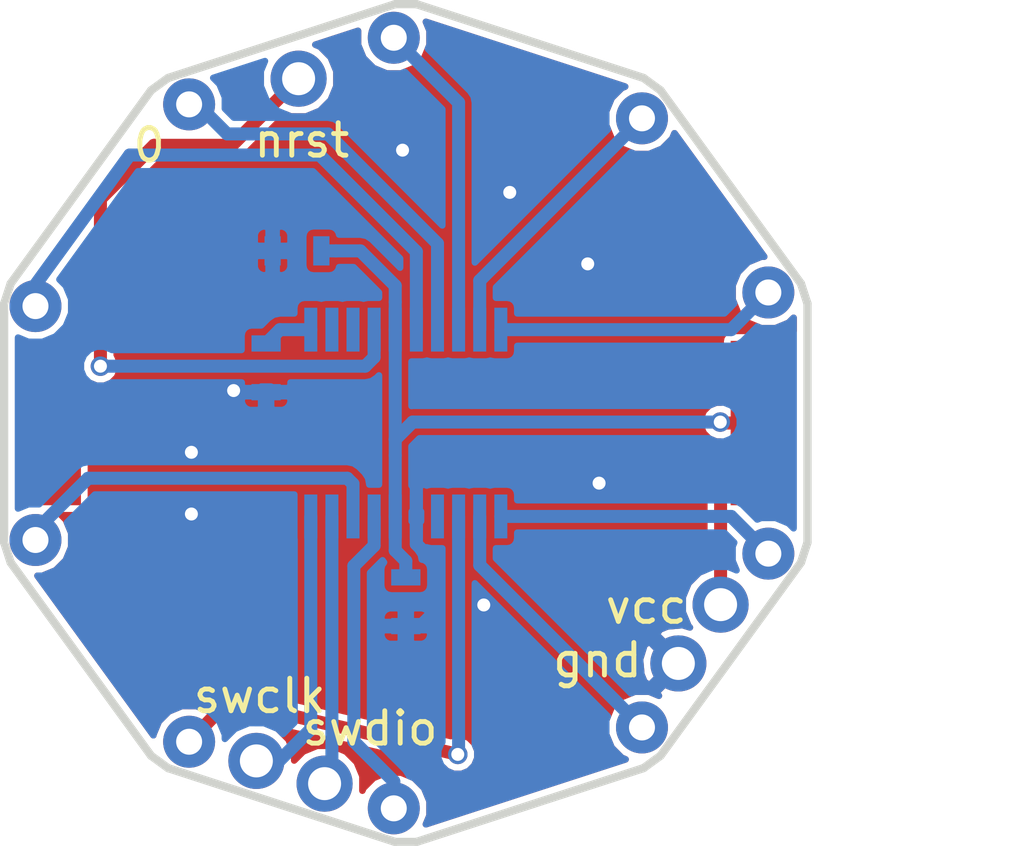
<source format=kicad_pcb>
(kicad_pcb (version 4) (host pcbnew 4.0.5+dfsg1-4)

  (general
    (links 24)
    (no_connects 0)
    (area -16.433333 -14.222581 23.833334 17.035)
    (thickness 1.6)
    (drawings 2)
    (tracks 105)
    (zones 0)
    (modules 17)
    (nets 20)
  )

  (page A4)
  (layers
    (0 F.Cu signal)
    (31 B.Cu signal)
    (32 B.Adhes user)
    (33 F.Adhes user)
    (34 B.Paste user)
    (35 F.Paste user)
    (36 B.SilkS user)
    (37 F.SilkS user)
    (38 B.Mask user)
    (39 F.Mask user)
    (40 Dwgs.User user)
    (41 Cmts.User user)
    (42 Eco1.User user)
    (43 Eco2.User user)
    (44 Edge.Cuts user)
    (45 Margin user)
    (46 B.CrtYd user)
    (47 F.CrtYd user)
    (48 B.Fab user)
    (49 F.Fab user)
  )

  (setup
    (last_trace_width 0.4)
    (trace_clearance 0.2)
    (zone_clearance 0.2)
    (zone_45_only no)
    (trace_min 0.2)
    (segment_width 0.2)
    (edge_width 0.15)
    (via_size 0.6)
    (via_drill 0.4)
    (via_min_size 0.4)
    (via_min_drill 0.3)
    (uvia_size 0.3)
    (uvia_drill 0.1)
    (uvias_allowed no)
    (uvia_min_size 0.2)
    (uvia_min_drill 0.1)
    (pcb_text_width 0.3)
    (pcb_text_size 1.5 1.5)
    (mod_edge_width 0.15)
    (mod_text_size 1 1)
    (mod_text_width 0.15)
    (pad_size 16 16)
    (pad_drill 0)
    (pad_to_mask_clearance 0.2)
    (aux_axis_origin 0 0)
    (visible_elements FFFFFF7F)
    (pcbplotparams
      (layerselection 0x010f0_80000001)
      (usegerberextensions true)
      (excludeedgelayer true)
      (linewidth 0.100000)
      (plotframeref false)
      (viasonmask false)
      (mode 1)
      (useauxorigin false)
      (hpglpennumber 1)
      (hpglpenspeed 20)
      (hpglpendiameter 15)
      (hpglpenoverlay 2)
      (psnegative false)
      (psa4output false)
      (plotreference true)
      (plotvalue true)
      (plotinvisibletext false)
      (padsonsilk false)
      (subtractmaskfromsilk false)
      (outputformat 1)
      (mirror false)
      (drillshape 0)
      (scaleselection 1)
      (outputdirectory gerb/))
  )

  (net 0 "")
  (net 1 VCC)
  (net 2 GND)
  (net 3 /SWDIO)
  (net 4 /SWCLK)
  (net 5 "Net-(IC1-Pad18)")
  (net 6 "Net-(IC1-Pad17)")
  (net 7 "Net-(IC1-Pad1)")
  (net 8 "Net-(IC1-Pad2)")
  (net 9 "Net-(IC1-Pad3)")
  (net 10 /NRST)
  (net 11 "Net-(IC1-Pad6)")
  (net 12 "Net-(IC1-Pad7)")
  (net 13 "Net-(IC1-Pad8)")
  (net 14 "Net-(IC1-Pad9)")
  (net 15 "Net-(IC1-Pad10)")
  (net 16 "Net-(IC1-Pad11)")
  (net 17 "Net-(IC1-Pad12)")
  (net 18 "Net-(IC1-Pad13)")
  (net 19 "Net-(IC1-Pad14)")

  (net_class Default "This is the default net class."
    (clearance 0.2)
    (trace_width 0.4)
    (via_dia 0.6)
    (via_drill 0.4)
    (uvia_dia 0.3)
    (uvia_drill 0.1)
    (add_net /NRST)
    (add_net /SWCLK)
    (add_net /SWDIO)
    (add_net GND)
    (add_net "Net-(IC1-Pad1)")
    (add_net "Net-(IC1-Pad10)")
    (add_net "Net-(IC1-Pad11)")
    (add_net "Net-(IC1-Pad12)")
    (add_net "Net-(IC1-Pad13)")
    (add_net "Net-(IC1-Pad14)")
    (add_net "Net-(IC1-Pad17)")
    (add_net "Net-(IC1-Pad18)")
    (add_net "Net-(IC1-Pad2)")
    (add_net "Net-(IC1-Pad3)")
    (add_net "Net-(IC1-Pad6)")
    (add_net "Net-(IC1-Pad7)")
    (add_net "Net-(IC1-Pad8)")
    (add_net "Net-(IC1-Pad9)")
    (add_net VCC)
  )

  (module rtunda:stmdiscswd_5pin (layer B.Cu) (tedit 58A186F8) (tstamp 58A228A9)
    (at 18.8 4.9)
    (descr "Through hole pin header")
    (tags "pin header")
    (path /58A0F5C7)
    (fp_text reference P11 (at 0 5.1) (layer B.SilkS) hide
      (effects (font (size 1 1) (thickness 0.15)) (justify mirror))
    )
    (fp_text value CONN_01X05 (at 0 3.1) (layer B.Fab) hide
      (effects (font (size 1 1) (thickness 0.15)) (justify mirror))
    )
    (fp_text user nrst (at -22 -14.6) (layer F.SilkS)
      (effects (font (size 1 1) (thickness 0.15)))
    )
    (fp_text user swdio (at -19.9 3.5) (layer F.SilkS)
      (effects (font (size 1 1) (thickness 0.15)))
    )
    (fp_text user gnd (at -12.9 1.4) (layer F.SilkS)
      (effects (font (size 1 1) (thickness 0.15)))
    )
    (fp_text user swclk (at -23.3 2.5) (layer F.SilkS)
      (effects (font (size 1 1) (thickness 0.15)))
    )
    (fp_text user vcc (at -11.4 -0.25) (layer F.SilkS)
      (effects (font (size 1 1) (thickness 0.15)))
    )
    (pad 1 thru_hole circle (at -9.11 -0.31) (size 1.7272 1.7272) (drill 1.016) (layers *.Cu *.Mask)
      (net 1 VCC))
    (pad 2 thru_hole circle (at -23.4 4.5) (size 1.7272 1.7272) (drill 1.016) (layers *.Cu *.Mask)
      (net 4 /SWCLK))
    (pad 3 thru_hole circle (at -10.41 1.5) (size 1.7272 1.7272) (drill 1.016) (layers *.Cu *.Mask)
      (net 2 GND))
    (pad 4 thru_hole circle (at -21.3 5.2) (size 1.7272 1.7272) (drill 1.016) (layers *.Cu *.Mask)
      (net 3 /SWDIO))
    (pad 5 thru_hole circle (at -22.1 -16.5) (size 1.7272 1.7272) (drill 1.016) (layers *.Cu *.Mask)
      (net 10 /NRST))
    (model Pin_Headers.3dshapes/Pin_Header_Straight_1x05.wrl
      (at (xyz 0 -0.2 0))
      (scale (xyz 1 1 1))
      (rotate (xyz 0 0 90))
    )
  )

  (module rtunda:bk-913 (layer F.Cu) (tedit 58A18764) (tstamp 58A233EF)
    (at 0 -1)
    (path /58A1021B)
    (fp_text reference BT1 (at 0 0.5) (layer F.SilkS) hide
      (effects (font (size 1 1) (thickness 0.15)))
    )
    (fp_text value Battery_Cell (at 0 -0.5) (layer F.Fab) hide
      (effects (font (size 1 1) (thickness 0.15)))
    )
    (pad "" smd rect (at -11 0) (size 2 5.06) (layers F.Cu F.Paste F.Mask))
    (pad 2 smd circle (at 0.165 0) (size 16 16) (layers F.Cu F.Paste F.Mask)
      (net 2 GND) (zone_connect 2))
    (pad 1 smd rect (at 11 0) (size 2 5.06) (layers F.Cu F.Paste F.Mask)
      (net 1 VCC))
  )

  (module rtunda:TSSOP20 (layer B.Cu) (tedit 58A1726D) (tstamp 58A22869)
    (at 0 -1)
    (path /58A0D67A)
    (attr smd)
    (fp_text reference IC1 (at 0 0.7493) (layer B.SilkS) hide
      (effects (font (size 1.016 0.762) (thickness 0.1905)) (justify mirror))
    )
    (fp_text value STM32F030F4 (at 0 0) (layer B.SilkS) hide
      (effects (font (size 0.762 0.762) (thickness 0.1905)) (justify mirror))
    )
    (pad 19 smd rect (at -2.275 2.875) (size 0.4 1.35) (layers B.Cu B.Paste B.Mask)
      (net 3 /SWDIO))
    (pad 20 smd rect (at -2.925 2.875) (size 0.4 1.35) (layers B.Cu B.Paste B.Mask)
      (net 4 /SWCLK))
    (pad 18 smd rect (at -1.625 2.875) (size 0.4 1.35) (layers B.Cu B.Paste B.Mask)
      (net 5 "Net-(IC1-Pad18)"))
    (pad 17 smd rect (at -0.975 2.875) (size 0.4 1.35) (layers B.Cu B.Paste B.Mask)
      (net 6 "Net-(IC1-Pad17)"))
    (pad 1 smd rect (at -2.925 -2.875) (size 0.4 1.35) (layers B.Cu B.Paste B.Mask)
      (net 7 "Net-(IC1-Pad1)"))
    (pad 2 smd rect (at -2.275 -2.875) (size 0.4 1.35) (layers B.Cu B.Paste B.Mask)
      (net 8 "Net-(IC1-Pad2)"))
    (pad 3 smd rect (at -1.625 -2.875) (size 0.4 1.35) (layers B.Cu B.Paste B.Mask)
      (net 9 "Net-(IC1-Pad3)"))
    (pad 4 smd rect (at -0.975 -2.875) (size 0.4 1.35) (layers B.Cu B.Paste B.Mask)
      (net 10 /NRST))
    (pad 5 smd rect (at -0.325 -2.875) (size 0.4 1.35) (layers B.Cu B.Paste B.Mask)
      (net 1 VCC))
    (pad 6 smd rect (at 0.325 -2.875) (size 0.4 1.35) (layers B.Cu B.Paste B.Mask)
      (net 11 "Net-(IC1-Pad6)"))
    (pad 7 smd rect (at 0.9756 -2.875) (size 0.4 1.35) (layers B.Cu B.Paste B.Mask)
      (net 12 "Net-(IC1-Pad7)"))
    (pad 8 smd rect (at 1.625 -2.875) (size 0.4 1.35) (layers B.Cu B.Paste B.Mask)
      (net 13 "Net-(IC1-Pad8)"))
    (pad 9 smd rect (at 2.275 -2.875) (size 0.4 1.35) (layers B.Cu B.Paste B.Mask)
      (net 14 "Net-(IC1-Pad9)"))
    (pad 10 smd rect (at 2.925 -2.875) (size 0.4 1.35) (layers B.Cu B.Paste B.Mask)
      (net 15 "Net-(IC1-Pad10)"))
    (pad 11 smd rect (at 2.925 2.875) (size 0.4 1.35) (layers B.Cu B.Paste B.Mask)
      (net 16 "Net-(IC1-Pad11)"))
    (pad 12 smd rect (at 2.275 2.875) (size 0.4 1.35) (layers B.Cu B.Paste B.Mask)
      (net 17 "Net-(IC1-Pad12)"))
    (pad 13 smd rect (at 1.625 2.875) (size 0.4 1.35) (layers B.Cu B.Paste B.Mask)
      (net 18 "Net-(IC1-Pad13)"))
    (pad 14 smd rect (at 0.975 2.875) (size 0.4 1.35) (layers B.Cu B.Paste B.Mask)
      (net 19 "Net-(IC1-Pad14)"))
    (pad 15 smd rect (at 0.325 2.875) (size 0.4 1.35) (layers B.Cu B.Paste B.Mask)
      (net 2 GND))
    (pad 16 smd rect (at -0.325 2.875) (size 0.4 1.35) (layers B.Cu B.Paste B.Mask)
      (net 1 VCC))
  )

  (module rtunda:R_0603 (layer B.Cu) (tedit 58A0DA37) (tstamp 58A22844)
    (at 0 4.5 270)
    (descr "Resistor SMD 0603, reflow soldering, Vishay (see dcrcw.pdf)")
    (tags "resistor 0603")
    (path /58A0D7F7)
    (attr smd)
    (fp_text reference C1 (at 0 1.9 270) (layer B.SilkS) hide
      (effects (font (size 1 1) (thickness 0.15)) (justify mirror))
    )
    (fp_text value C (at 0 -1.9 270) (layer B.Fab) hide
      (effects (font (size 1 1) (thickness 0.15)) (justify mirror))
    )
    (pad 1 smd rect (at -0.75 0 270) (size 0.5 0.9) (layers B.Cu B.Paste B.Mask)
      (net 1 VCC))
    (pad 2 smd rect (at 0.75 0 270) (size 0.5 0.9) (layers B.Cu B.Paste B.Mask)
      (net 2 GND))
    (model Resistors_SMD.3dshapes/R_0603.wrl
      (at (xyz 0 0 0))
      (scale (xyz 1 1 1))
      (rotate (xyz 0 0 0))
    )
  )

  (module rtunda:R_0603 (layer B.Cu) (tedit 58A0DA37) (tstamp 58A2284A)
    (at -3.35 -6.3 180)
    (descr "Resistor SMD 0603, reflow soldering, Vishay (see dcrcw.pdf)")
    (tags "resistor 0603")
    (path /58A0DBB5)
    (attr smd)
    (fp_text reference C2 (at 0 1.9 180) (layer B.SilkS) hide
      (effects (font (size 1 1) (thickness 0.15)) (justify mirror))
    )
    (fp_text value C (at 0 -1.9 180) (layer B.Fab) hide
      (effects (font (size 1 1) (thickness 0.15)) (justify mirror))
    )
    (pad 1 smd rect (at -0.75 0 180) (size 0.5 0.9) (layers B.Cu B.Paste B.Mask)
      (net 1 VCC))
    (pad 2 smd rect (at 0.75 0 180) (size 0.5 0.9) (layers B.Cu B.Paste B.Mask)
      (net 2 GND))
    (model Resistors_SMD.3dshapes/R_0603.wrl
      (at (xyz 0 0 0))
      (scale (xyz 1 1 1))
      (rotate (xyz 0 0 0))
    )
  )

  (module rtunda:pin (layer B.Cu) (tedit 58A08572) (tstamp 58A2286E)
    (at -11.4 -4.6)
    (descr "Through hole pin header")
    (tags "pin header")
    (path /58A0DC3E)
    (fp_text reference P1 (at 0 5.1) (layer B.SilkS) hide
      (effects (font (size 1 1) (thickness 0.15)) (justify mirror))
    )
    (fp_text value CONN_01X01 (at 0 3.1) (layer B.Fab) hide
      (effects (font (size 1 1) (thickness 0.15)) (justify mirror))
    )
    (pad 1 thru_hole circle (at 0 0) (size 1.6 1.6) (drill 0.8) (layers *.Cu *.Mask)
      (net 11 "Net-(IC1-Pad6)"))
    (model Pin_Headers.3dshapes/Pin_Header_Straight_1x01.wrl
      (at (xyz 0 0 0))
      (scale (xyz 1 1 1))
      (rotate (xyz 0 0 90))
    )
  )

  (module rtunda:pin (layer B.Cu) (tedit 58A08572) (tstamp 58A22873)
    (at -6.67 -10.81)
    (descr "Through hole pin header")
    (tags "pin header")
    (path /58A0E369)
    (fp_text reference P2 (at 0 5.1) (layer B.SilkS) hide
      (effects (font (size 1 1) (thickness 0.15)) (justify mirror))
    )
    (fp_text value CONN_01X01 (at 0 3.1) (layer B.Fab) hide
      (effects (font (size 1 1) (thickness 0.15)) (justify mirror))
    )
    (pad 1 thru_hole circle (at 0 0) (size 1.6 1.6) (drill 0.8) (layers *.Cu *.Mask)
      (net 12 "Net-(IC1-Pad7)"))
    (model Pin_Headers.3dshapes/Pin_Header_Straight_1x01.wrl
      (at (xyz 0 0 0))
      (scale (xyz 1 1 1))
      (rotate (xyz 0 0 90))
    )
  )

  (module rtunda:pin (layer B.Cu) (tedit 58A08572) (tstamp 58A22878)
    (at -0.37 -12.86)
    (descr "Through hole pin header")
    (tags "pin header")
    (path /58A0E39E)
    (fp_text reference P3 (at 0 5.1) (layer B.SilkS) hide
      (effects (font (size 1 1) (thickness 0.15)) (justify mirror))
    )
    (fp_text value CONN_01X01 (at 0 3.1) (layer B.Fab) hide
      (effects (font (size 1 1) (thickness 0.15)) (justify mirror))
    )
    (pad 1 thru_hole circle (at 0 0) (size 1.6 1.6) (drill 0.8) (layers *.Cu *.Mask)
      (net 13 "Net-(IC1-Pad8)"))
    (model Pin_Headers.3dshapes/Pin_Header_Straight_1x01.wrl
      (at (xyz 0 0 0))
      (scale (xyz 1 1 1))
      (rotate (xyz 0 0 90))
    )
  )

  (module rtunda:pin (layer B.Cu) (tedit 58A08572) (tstamp 58A2287D)
    (at 7.27 -10.38)
    (descr "Through hole pin header")
    (tags "pin header")
    (path /58A0E3E0)
    (fp_text reference P4 (at 0 5.1) (layer B.SilkS) hide
      (effects (font (size 1 1) (thickness 0.15)) (justify mirror))
    )
    (fp_text value CONN_01X01 (at 0 3.1) (layer B.Fab) hide
      (effects (font (size 1 1) (thickness 0.15)) (justify mirror))
    )
    (pad 1 thru_hole circle (at 0 0) (size 1.6 1.6) (drill 0.8) (layers *.Cu *.Mask)
      (net 14 "Net-(IC1-Pad9)"))
    (model Pin_Headers.3dshapes/Pin_Header_Straight_1x01.wrl
      (at (xyz 0 0 0))
      (scale (xyz 1 1 1))
      (rotate (xyz 0 0 90))
    )
  )

  (module rtunda:pin (layer B.Cu) (tedit 58A08572) (tstamp 58A22882)
    (at 11.16 -5.02)
    (descr "Through hole pin header")
    (tags "pin header")
    (path /58A0E420)
    (fp_text reference P5 (at 0 5.1) (layer B.SilkS) hide
      (effects (font (size 1 1) (thickness 0.15)) (justify mirror))
    )
    (fp_text value CONN_01X01 (at 0 3.1) (layer B.Fab) hide
      (effects (font (size 1 1) (thickness 0.15)) (justify mirror))
    )
    (pad 1 thru_hole circle (at 0 0) (size 1.6 1.6) (drill 0.8) (layers *.Cu *.Mask)
      (net 15 "Net-(IC1-Pad10)"))
    (model Pin_Headers.3dshapes/Pin_Header_Straight_1x01.wrl
      (at (xyz 0 0 0))
      (scale (xyz 1 1 1))
      (rotate (xyz 0 0 90))
    )
  )

  (module rtunda:pin (layer B.Cu) (tedit 58A08572) (tstamp 58A22887)
    (at 11.16 3.02)
    (descr "Through hole pin header")
    (tags "pin header")
    (path /58A0E6DA)
    (fp_text reference P6 (at 0 5.1) (layer B.SilkS) hide
      (effects (font (size 1 1) (thickness 0.15)) (justify mirror))
    )
    (fp_text value CONN_01X01 (at 0 3.1) (layer B.Fab) hide
      (effects (font (size 1 1) (thickness 0.15)) (justify mirror))
    )
    (pad 1 thru_hole circle (at 0 0) (size 1.6 1.6) (drill 0.8) (layers *.Cu *.Mask)
      (net 16 "Net-(IC1-Pad11)"))
    (model Pin_Headers.3dshapes/Pin_Header_Straight_1x01.wrl
      (at (xyz 0 0 0))
      (scale (xyz 1 1 1))
      (rotate (xyz 0 0 90))
    )
  )

  (module rtunda:pin (layer B.Cu) (tedit 58A08572) (tstamp 58A2288C)
    (at 7.27 8.37)
    (descr "Through hole pin header")
    (tags "pin header")
    (path /58A0E6E0)
    (fp_text reference P7 (at 0 5.1) (layer B.SilkS) hide
      (effects (font (size 1 1) (thickness 0.15)) (justify mirror))
    )
    (fp_text value CONN_01X01 (at 0 3.1) (layer B.Fab) hide
      (effects (font (size 1 1) (thickness 0.15)) (justify mirror))
    )
    (pad 1 thru_hole circle (at 0 0) (size 1.6 1.6) (drill 0.8) (layers *.Cu *.Mask)
      (net 17 "Net-(IC1-Pad12)"))
    (model Pin_Headers.3dshapes/Pin_Header_Straight_1x01.wrl
      (at (xyz 0 0 0))
      (scale (xyz 1 1 1))
      (rotate (xyz 0 0 90))
    )
  )

  (module rtunda:pin (layer B.Cu) (tedit 58A08572) (tstamp 58A22891)
    (at -6.67 8.81)
    (descr "Through hole pin header")
    (tags "pin header")
    (path /58A0E6E6)
    (fp_text reference P8 (at 0 5.1) (layer B.SilkS) hide
      (effects (font (size 1 1) (thickness 0.15)) (justify mirror))
    )
    (fp_text value CONN_01X01 (at 0 3.1) (layer B.Fab) hide
      (effects (font (size 1 1) (thickness 0.15)) (justify mirror))
    )
    (pad 1 thru_hole circle (at 0 0) (size 1.6 1.6) (drill 0.8) (layers *.Cu *.Mask)
      (net 18 "Net-(IC1-Pad13)"))
    (model Pin_Headers.3dshapes/Pin_Header_Straight_1x01.wrl
      (at (xyz 0 0 0))
      (scale (xyz 1 1 1))
      (rotate (xyz 0 0 90))
    )
  )

  (module rtunda:pin (layer B.Cu) (tedit 58A08572) (tstamp 58A22896)
    (at -0.37 10.86)
    (descr "Through hole pin header")
    (tags "pin header")
    (path /58A0E6EC)
    (fp_text reference P9 (at 0 5.1) (layer B.SilkS) hide
      (effects (font (size 1 1) (thickness 0.15)) (justify mirror))
    )
    (fp_text value CONN_01X01 (at 0 3.1) (layer B.Fab) hide
      (effects (font (size 1 1) (thickness 0.15)) (justify mirror))
    )
    (pad 1 thru_hole circle (at 0 0) (size 1.6 1.6) (drill 0.8) (layers *.Cu *.Mask)
      (net 6 "Net-(IC1-Pad17)"))
    (model Pin_Headers.3dshapes/Pin_Header_Straight_1x01.wrl
      (at (xyz 0 0 0))
      (scale (xyz 1 1 1))
      (rotate (xyz 0 0 90))
    )
  )

  (module rtunda:pin (layer B.Cu) (tedit 58A08572) (tstamp 58A2289B)
    (at -11.4 2.6)
    (descr "Through hole pin header")
    (tags "pin header")
    (path /58A0E6F2)
    (fp_text reference P10 (at 0 5.1) (layer B.SilkS) hide
      (effects (font (size 1 1) (thickness 0.15)) (justify mirror))
    )
    (fp_text value CONN_01X01 (at 0 3.1) (layer B.Fab) hide
      (effects (font (size 1 1) (thickness 0.15)) (justify mirror))
    )
    (pad 1 thru_hole circle (at 0 0) (size 1.6 1.6) (drill 0.8) (layers *.Cu *.Mask)
      (net 5 "Net-(IC1-Pad18)"))
    (model Pin_Headers.3dshapes/Pin_Header_Straight_1x01.wrl
      (at (xyz 0 0 0))
      (scale (xyz 1 1 1))
      (rotate (xyz 0 0 90))
    )
  )

  (module rtunda:R_0603 (layer B.Cu) (tedit 58A0DA37) (tstamp 58A228AF)
    (at -4.3 -2.7 270)
    (descr "Resistor SMD 0603, reflow soldering, Vishay (see dcrcw.pdf)")
    (tags "resistor 0603")
    (path /58A0F7E4)
    (attr smd)
    (fp_text reference R1 (at 0 1.9 270) (layer B.SilkS) hide
      (effects (font (size 1 1) (thickness 0.15)) (justify mirror))
    )
    (fp_text value 10k (at 0 -1.9 270) (layer B.Fab) hide
      (effects (font (size 1 1) (thickness 0.15)) (justify mirror))
    )
    (pad 1 smd rect (at -0.75 0 270) (size 0.5 0.9) (layers B.Cu B.Paste B.Mask)
      (net 7 "Net-(IC1-Pad1)"))
    (pad 2 smd rect (at 0.75 0 270) (size 0.5 0.9) (layers B.Cu B.Paste B.Mask)
      (net 2 GND))
    (model Resistors_SMD.3dshapes/R_0603.wrl
      (at (xyz 0 0 0))
      (scale (xyz 1 1 1))
      (rotate (xyz 0 0 0))
    )
  )

  (module rtunda:rotunda_base (layer B.Cu) (tedit 0) (tstamp 58A22BEE)
    (at 0 -1)
    (fp_text reference "" (at 0 0) (layer B.SilkS)
      (effects (font (thickness 0.15)) (justify mirror))
    )
    (fp_text value "" (at 0 0) (layer B.SilkS)
      (effects (font (thickness 0.15)) (justify mirror))
    )
    (fp_line (start -0.32512 12.89558) (end -7.31774 10.62228) (layer Edge.Cuts) (width 0.254))
    (fp_line (start -7.31774 10.62228) (end -7.84098 10.24128) (layer Edge.Cuts) (width 0.254))
    (fp_line (start -7.84098 10.24128) (end -12.16406 4.2926) (layer Edge.Cuts) (width 0.254))
    (fp_line (start -12.16406 4.2926) (end -12.36472 3.67538) (layer Edge.Cuts) (width 0.254))
    (fp_line (start -12.36472 3.67538) (end -12.36472 -3.67538) (layer Edge.Cuts) (width 0.254))
    (fp_line (start -12.36472 -3.67538) (end -12.16406 -4.2926) (layer Edge.Cuts) (width 0.254))
    (fp_line (start -12.16406 -4.2926) (end -7.84098 -10.24128) (layer Edge.Cuts) (width 0.254))
    (fp_line (start -7.84098 -10.24128) (end -7.31774 -10.62228) (layer Edge.Cuts) (width 0.254))
    (fp_line (start -7.31774 -10.62228) (end -0.32512 -12.89558) (layer Edge.Cuts) (width 0.254))
    (fp_line (start -0.32512 -12.89558) (end 0.32512 -12.89558) (layer Edge.Cuts) (width 0.254))
    (fp_line (start 0.32512 -12.89558) (end 7.31774 -10.62228) (layer Edge.Cuts) (width 0.254))
    (fp_line (start 7.31774 -10.62228) (end 7.84098 -10.24128) (layer Edge.Cuts) (width 0.254))
    (fp_line (start 7.84098 -10.24128) (end 12.16406 -4.2926) (layer Edge.Cuts) (width 0.254))
    (fp_line (start 12.16406 -4.2926) (end 12.36472 -3.67538) (layer Edge.Cuts) (width 0.254))
    (fp_line (start 12.36472 -3.67538) (end 12.36472 3.67538) (layer Edge.Cuts) (width 0.254))
    (fp_line (start 12.36472 3.67538) (end 12.16406 4.2926) (layer Edge.Cuts) (width 0.254))
    (fp_line (start 12.16406 4.2926) (end 7.84098 10.24128) (layer Edge.Cuts) (width 0.254))
    (fp_line (start 7.84098 10.24128) (end 7.31774 10.62228) (layer Edge.Cuts) (width 0.254))
    (fp_line (start 7.31774 10.62228) (end 0.32512 12.89558) (layer Edge.Cuts) (width 0.254))
    (fp_line (start 0.32512 12.89558) (end -0.32512 12.89558) (layer Edge.Cuts) (width 0.254))
  )

  (gr_text 0 (at -7.9 -9.55) (layer F.SilkS)
    (effects (font (size 1 1) (thickness 0.15)))
  )
  (gr_circle (center 0 -1) (end 10 -1) (layer Cmts.User) (width 0.2))

  (segment (start -0.325 -0.5) (end -0.32 -0.5) (width 0.4) (layer B.Cu) (net 1))
  (segment (start 9.71 -1) (end 11 -1) (width 0.4) (layer F.Cu) (net 1) (tstamp 58A18153))
  (segment (start 9.68 -1.03) (end 9.71 -1) (width 0.4) (layer F.Cu) (net 1) (tstamp 58A18152))
  (via (at 9.68 -1.03) (size 0.6) (drill 0.4) (layers F.Cu B.Cu) (net 1))
  (segment (start 0.21 -1.03) (end 9.68 -1.03) (width 0.4) (layer B.Cu) (net 1) (tstamp 58A18148))
  (segment (start -0.32 -0.5) (end 0.21 -1.03) (width 0.4) (layer B.Cu) (net 1) (tstamp 58A18145))
  (segment (start 9.69 4.59) (end 9.69 0.31) (width 0.4) (layer F.Cu) (net 1))
  (segment (start 9.69 0.31) (end 11 -1) (width 0.4) (layer F.Cu) (net 1) (tstamp 58A1810C))
  (segment (start -2.65 -6.3) (end -2.15 -6.3) (width 0.4) (layer B.Cu) (net 1))
  (segment (start -1.4 -6.3) (end -0.325 -5.225) (width 0.4) (layer B.Cu) (net 1) (tstamp 58A22FE8))
  (segment (start -0.325 -5.225) (end -0.325 -4.725) (width 0.4) (layer B.Cu) (net 1) (tstamp 58A22FE9))
  (segment (start -0.325 -4.725) (end -0.325 -3.875) (width 0.4) (layer B.Cu) (net 1))
  (segment (start -2.15 -6.3) (end -1.4 -6.3) (width 0.4) (layer B.Cu) (net 1))
  (segment (start -0.325 -3.875) (end -0.325 -0.5) (width 0.4) (layer B.Cu) (net 1))
  (segment (start -0.325 -0.5) (end -0.325 0) (width 0.4) (layer B.Cu) (net 1) (tstamp 58A233FC))
  (segment (start -0.325 0) (end -0.325 1.875) (width 0.4) (layer B.Cu) (net 1) (tstamp 58A18063))
  (segment (start -0.325 1.875) (end -0.325 2.92353) (width 0.4) (layer B.Cu) (net 1))
  (segment (start -0.325 2.92353) (end 0 3.24853) (width 0.4) (layer B.Cu) (net 1) (tstamp 58A22B82))
  (segment (start 0 3.24853) (end 0 3.75) (width 0.4) (layer B.Cu) (net 1) (tstamp 58A22B83))
  (segment (start -6.6 -0.1) (end -6.6 1.8) (width 0.4) (layer F.Cu) (net 2))
  (via (at -6.6 1.8) (size 0.6) (drill 0.4) (layers F.Cu B.Cu) (net 2))
  (segment (start 2.4 4.6) (end 2.4 4.8) (width 0.4) (layer F.Cu) (net 2))
  (segment (start 2.4 4.6) (end 5.95 0.85) (width 0.4) (layer F.Cu) (net 2) (tstamp 58A22F61))
  (via (at 5.95 0.85) (size 0.6) (drill 0.4) (layers F.Cu B.Cu) (net 2))
  (segment (start 5.95 0.85) (end 3.3 0.2) (width 0.4) (layer B.Cu) (net 2) (tstamp 58A22F64))
  (segment (start 3.3 0.2) (end 0.8 0.2) (width 0.4) (layer B.Cu) (net 2) (tstamp 58A22F65))
  (segment (start 0.8 0.2) (end 0.325 0.675) (width 0.4) (layer B.Cu) (net 2) (tstamp 58A22F66))
  (segment (start 0.325 0.675) (end 0.325 1.875) (width 0.4) (layer B.Cu) (net 2) (tstamp 58A22F67))
  (segment (start 2.4 4.8) (end 2.4 4.6) (width 0.4) (layer F.Cu) (net 2) (tstamp 58A22F79))
  (via (at 2.4 4.6) (size 0.6) (drill 0.4) (layers F.Cu B.Cu) (net 2))
  (segment (start 0.165 -1) (end -1 -1) (width 0.4) (layer F.Cu) (net 2))
  (via (at 3.2 -8.1) (size 0.6) (drill 0.4) (layers F.Cu B.Cu) (net 2))
  (segment (start 0.165 -5.065) (end 3.2 -8.1) (width 0.4) (layer F.Cu) (net 2) (tstamp 58A23442))
  (segment (start 0.165 -1) (end 0.165 -9.135) (width 0.4) (layer F.Cu) (net 2))
  (via (at -0.1 -9.4) (size 0.6) (drill 0.4) (layers F.Cu B.Cu) (net 2))
  (segment (start 0.165 -9.135) (end -0.1 -9.4) (width 0.4) (layer F.Cu) (net 2) (tstamp 58A23446))
  (segment (start 0.165 -1) (end 0.165 -5.065) (width 0.4) (layer F.Cu) (net 2))
  (segment (start 0.165 -1) (end 0.7 -1) (width 0.4) (layer F.Cu) (net 2))
  (segment (start 0.7 -1) (end 5.6 -5.9) (width 0.4) (layer F.Cu) (net 2) (tstamp 58A2343E))
  (via (at 5.6 -5.9) (size 0.6) (drill 0.4) (layers F.Cu B.Cu) (net 2))
  (segment (start -5.3 -2) (end -5.3 -1.4) (width 0.4) (layer F.Cu) (net 2))
  (segment (start -6.6 -0.1) (end -6.5 -0.2) (width 0.4) (layer B.Cu) (net 2) (tstamp 58A23433))
  (via (at -6.6 -0.1) (size 0.6) (drill 0.4) (layers F.Cu B.Cu) (net 2))
  (segment (start -5.3 -1.4) (end -6.6 -0.1) (width 0.4) (layer F.Cu) (net 2) (tstamp 58A23431))
  (segment (start 0.165 -1) (end -4.3 -1) (width 0.4) (layer F.Cu) (net 2))
  (segment (start -4.3 -1) (end -5.3 -2) (width 0.4) (layer F.Cu) (net 2) (tstamp 58A23429))
  (via (at -5.3 -2) (size 0.6) (drill 0.4) (layers F.Cu B.Cu) (net 2))
  (segment (start -5.3 -2) (end -5.25 -1.95) (width 0.4) (layer B.Cu) (net 2) (tstamp 58A2342B))
  (segment (start -5.25 -1.95) (end -4.3 -1.95) (width 0.4) (layer B.Cu) (net 2) (tstamp 58A2342C))
  (segment (start 0.325 1.875) (end 0.325 2.725) (width 0.4) (layer B.Cu) (net 2))
  (segment (start 0.9 4.8) (end 0.45 5.25) (width 0.4) (layer B.Cu) (net 2) (tstamp 58A22B7D))
  (segment (start 0.9 3.3) (end 0.9 4.8) (width 0.4) (layer B.Cu) (net 2) (tstamp 58A22B7C))
  (segment (start 0.325 2.725) (end 0.9 3.3) (width 0.4) (layer B.Cu) (net 2) (tstamp 58A22B7B))
  (segment (start 0.45 5.25) (end 0 5.25) (width 0.4) (layer B.Cu) (net 2) (tstamp 58A22B7E))
  (segment (start -2.275 1.875) (end -2.275 9.875) (width 0.4) (layer B.Cu) (net 3))
  (segment (start -2.275 9.875) (end -2.5 10.1) (width 0.4) (layer B.Cu) (net 3) (tstamp 58A1853B))
  (segment (start -2.925 1.875) (end -2.925 8.425) (width 0.4) (layer B.Cu) (net 4))
  (segment (start -2.925 8.425) (end -3.9 9.4) (width 0.4) (layer B.Cu) (net 4) (tstamp 58A18542))
  (segment (start -3.9 9.4) (end -4.6 9.4) (width 0.4) (layer B.Cu) (net 4) (tstamp 58A18546))
  (segment (start -1.8 0.7) (end -9.78 0.7) (width 0.4) (layer B.Cu) (net 5) (tstamp 58A22C2B))
  (segment (start -1.625 0.875) (end -1.8 0.7) (width 0.4) (layer B.Cu) (net 5) (tstamp 58A22C2A))
  (segment (start -1.625 1.875) (end -1.625 0.875) (width 0.4) (layer B.Cu) (net 5))
  (segment (start -9.78 0.7) (end -11.39 2.31) (width 0.4) (layer B.Cu) (net 5) (tstamp 58A22C2C))
  (segment (start -0.975 1.875) (end -0.975 2.775) (width 0.4) (layer B.Cu) (net 6))
  (segment (start -0.37 10.03) (end -0.37 10.86) (width 0.4) (layer B.Cu) (net 6) (tstamp 58A1858E))
  (segment (start -1.6 8.8) (end -0.37 10.03) (width 0.4) (layer B.Cu) (net 6) (tstamp 58A18586))
  (segment (start -1.6 3.4) (end -1.6 8.8) (width 0.4) (layer B.Cu) (net 6) (tstamp 58A18582))
  (segment (start -0.975 2.775) (end -1.6 3.4) (width 0.4) (layer B.Cu) (net 6) (tstamp 58A1857A))
  (segment (start -0.54 10.86) (end -0.37 10.86) (width 0.4) (layer F.Cu) (net 6) (tstamp 58A22B62))
  (segment (start -2.925 -3.875) (end -3.875 -3.875) (width 0.4) (layer B.Cu) (net 7))
  (segment (start -3.875 -3.875) (end -4.3 -3.45) (width 0.4) (layer B.Cu) (net 7) (tstamp 58A22C1E))
  (segment (start -0.975 -3.875) (end -0.975 -3.025) (width 0.4) (layer B.Cu) (net 10))
  (segment (start -5.35 -9.55) (end -3.3 -11.6) (width 0.4) (layer F.Cu) (net 10) (tstamp 58A18687))
  (segment (start -7.75 -9.55) (end -5.35 -9.55) (width 0.4) (layer F.Cu) (net 10) (tstamp 58A1867B))
  (segment (start -9.4 -7.9) (end -7.75 -9.55) (width 0.4) (layer F.Cu) (net 10) (tstamp 58A18675))
  (segment (start -9.4 -2.75) (end -9.4 -7.9) (width 0.4) (layer F.Cu) (net 10) (tstamp 58A18674))
  (via (at -9.4 -2.75) (size 0.6) (drill 0.4) (layers F.Cu B.Cu) (net 10))
  (segment (start -1.25 -2.75) (end -9.4 -2.75) (width 0.4) (layer B.Cu) (net 10) (tstamp 58A18654))
  (segment (start -0.975 -3.025) (end -1.25 -2.75) (width 0.4) (layer B.Cu) (net 10) (tstamp 58A1864E))
  (segment (start 0.325 -3.875) (end 0.325 -6.275) (width 0.4) (layer B.Cu) (net 11))
  (segment (start -8.5 -9.25) (end -11.55 -5.05) (width 0.4) (layer B.Cu) (net 11) (tstamp 58A23013))
  (segment (start -2.65 -9.25) (end -8.5 -9.25) (width 0.4) (layer B.Cu) (net 11) (tstamp 58A23011))
  (segment (start 0.325 -6.275) (end -2.65 -9.25) (width 0.4) (layer B.Cu) (net 11) (tstamp 58A2300F))
  (segment (start -11.39 -4.32) (end -11.32 -4.32) (width 0.4) (layer B.Cu) (net 11))
  (segment (start -6.67 -10.81) (end -6.41 -10.81) (width 0.4) (layer B.Cu) (net 12))
  (segment (start -6.41 -10.81) (end -5.5 -9.9) (width 0.4) (layer B.Cu) (net 12) (tstamp 58A23016))
  (segment (start -5.5 -9.9) (end -2.4 -9.9) (width 0.4) (layer B.Cu) (net 12) (tstamp 58A23017))
  (segment (start -2.4 -9.9) (end 0.9756 -6.5244) (width 0.4) (layer B.Cu) (net 12) (tstamp 58A23018))
  (segment (start 0.9756 -6.5244) (end 0.9756 -3.875) (width 0.4) (layer B.Cu) (net 12) (tstamp 58A2301A))
  (segment (start 1.625 -3.875) (end 1.625 -10.865) (width 0.4) (layer B.Cu) (net 13))
  (segment (start 1.625 -10.865) (end -0.37 -12.86) (width 0.4) (layer B.Cu) (net 13) (tstamp 58A22B10))
  (segment (start 2.275 -3.875) (end 2.275 -5.385) (width 0.4) (layer B.Cu) (net 14))
  (segment (start 2.275 -5.385) (end 7.27 -10.38) (width 0.4) (layer B.Cu) (net 14) (tstamp 58A22B13))
  (segment (start 2.925 -3.875) (end 10.015 -3.875) (width 0.4) (layer B.Cu) (net 15))
  (segment (start 10.015 -3.875) (end 11.16 -5.02) (width 0.4) (layer B.Cu) (net 15) (tstamp 58A22B16))
  (segment (start 2.925 1.875) (end 10.015 1.875) (width 0.4) (layer B.Cu) (net 16))
  (segment (start 10.015 1.875) (end 11.16 3.02) (width 0.4) (layer B.Cu) (net 16) (tstamp 58A22B19))
  (segment (start 2.275 1.875) (end 2.275 3.375) (width 0.4) (layer B.Cu) (net 17))
  (segment (start 2.275 3.375) (end 7.27 8.37) (width 0.4) (layer B.Cu) (net 17) (tstamp 58A22B1C))
  (segment (start 1.625 1.875) (end 1.625 9.175) (width 0.4) (layer B.Cu) (net 18))
  (segment (start -5.445938 7.55263) (end -6.67 8.81) (width 0.4) (layer F.Cu) (net 18) (tstamp 58A185AD))
  (segment (start 1.6 9.2) (end -5.445938 7.55263) (width 0.4) (layer F.Cu) (net 18) (tstamp 58A185A9))
  (segment (start 1.6 9.2) (end 1.6 9.2) (width 0.4) (layer F.Cu) (net 18) (tstamp 58A185A8))
  (via (at 1.6 9.2) (size 0.6) (drill 0.4) (layers F.Cu B.Cu) (net 18))
  (segment (start 1.625 9.175) (end 1.6 9.2) (width 0.4) (layer B.Cu) (net 18) (tstamp 58A1859C))

  (zone (net 2) (net_name GND) (layer B.Cu) (tstamp 58A22E58) (hatch edge 0.508)
    (connect_pads (clearance 0.2))
    (min_thickness 0.2)
    (fill yes (arc_segments 16) (thermal_gap 0.2) (thermal_bridge_width 0.508))
    (polygon
      (pts
        (xy -12.4 -4.6) (xy -12.4 2.7) (xy -12.1 3.4) (xy -7.8 9.2) (xy -7.3 9.6)
        (xy -0.4 11.9) (xy 0.3 11.9) (xy 7.3 9.6) (xy 7.8 9.3) (xy 12.1 3.3)
        (xy 12.4 2.7) (xy 12.4 -4.7) (xy 12.1 -5.3) (xy 7.8 -11.2) (xy 7.3 -11.6)
        (xy 0.3 -13.9) (xy -0.3 -13.9) (xy -7.3 -11.6) (xy -7.8 -11.3) (xy -12.2 -5.3)
      )
    )
    (filled_polygon
      (pts
        (xy 11.93772 2.242085) (xy 11.783913 2.088009) (xy 11.379763 1.920192) (xy 10.942156 1.91981) (xy 10.818153 1.971047)
        (xy 10.368553 1.521447) (xy 10.206342 1.41306) (xy 10.015 1.375) (xy 3.430877 1.375) (xy 3.430877 1.2)
        (xy 3.409958 1.088827) (xy 3.344255 0.986721) (xy 3.244003 0.918222) (xy 3.125 0.894123) (xy 2.725 0.894123)
        (xy 2.613827 0.915042) (xy 2.601221 0.923154) (xy 2.594003 0.918222) (xy 2.475 0.894123) (xy 2.075 0.894123)
        (xy 1.963827 0.915042) (xy 1.951221 0.923154) (xy 1.944003 0.918222) (xy 1.825 0.894123) (xy 1.425 0.894123)
        (xy 1.313827 0.915042) (xy 1.301221 0.923154) (xy 1.294003 0.918222) (xy 1.175 0.894123) (xy 0.775 0.894123)
        (xy 0.663827 0.915042) (xy 0.647051 0.925837) (xy 0.584674 0.9) (xy 0.5 0.9) (xy 0.425 0.975)
        (xy 0.425 1.721) (xy 0.469123 1.721) (xy 0.469123 2.029) (xy 0.425 2.029) (xy 0.425 2.775)
        (xy 0.5 2.85) (xy 0.584674 2.85) (xy 0.645682 2.82473) (xy 0.655997 2.831778) (xy 0.775 2.855877)
        (xy 1.125 2.855877) (xy 1.125 8.826382) (xy 1.091641 8.859683) (xy 1.000104 9.080129) (xy 0.999896 9.318824)
        (xy 1.091048 9.539429) (xy 1.259683 9.708359) (xy 1.480129 9.799896) (xy 1.718824 9.800104) (xy 1.939429 9.708952)
        (xy 2.108359 9.540317) (xy 2.199896 9.319871) (xy 2.200104 9.081176) (xy 2.125 8.89941) (xy 2.125 3.932106)
        (xy 6.220933 8.028039) (xy 6.170192 8.150237) (xy 6.16981 8.587844) (xy 6.336922 8.992286) (xy 6.646087 9.301991)
        (xy 6.767174 9.35227) (xy 0.616877 11.351731) (xy 0.729808 11.079763) (xy 0.73019 10.642156) (xy 0.563078 10.237714)
        (xy 0.253913 9.928009) (xy 0.09673 9.862741) (xy 0.09194 9.838658) (xy 0.027349 9.741991) (xy -0.016446 9.676447)
        (xy -1.1 8.592894) (xy -1.1 5.45) (xy -0.75 5.45) (xy -0.75 5.559674) (xy -0.704328 5.669937)
        (xy -0.619936 5.754328) (xy -0.509673 5.8) (xy -0.229 5.8) (xy -0.154 5.725) (xy -0.154 5.375)
        (xy 0.154 5.375) (xy 0.154 5.725) (xy 0.229 5.8) (xy 0.509673 5.8) (xy 0.619936 5.754328)
        (xy 0.704328 5.669937) (xy 0.75 5.559674) (xy 0.75 5.45) (xy 0.675 5.375) (xy 0.154 5.375)
        (xy -0.154 5.375) (xy -0.675 5.375) (xy -0.75 5.45) (xy -1.1 5.45) (xy -1.1 4.940326)
        (xy -0.75 4.940326) (xy -0.75 5.05) (xy -0.675 5.125) (xy -0.154 5.125) (xy -0.154 4.775)
        (xy 0.154 4.775) (xy 0.154 5.125) (xy 0.675 5.125) (xy 0.75 5.05) (xy 0.75 4.940326)
        (xy 0.704328 4.830063) (xy 0.619936 4.745672) (xy 0.509673 4.7) (xy 0.229 4.7) (xy 0.154 4.775)
        (xy -0.154 4.775) (xy -0.229 4.7) (xy -0.509673 4.7) (xy -0.619936 4.745672) (xy -0.704328 4.830063)
        (xy -0.75 4.940326) (xy -1.1 4.940326) (xy -1.1 3.607106) (xy -0.715172 3.222279) (xy -0.678553 3.277083)
        (xy -0.667993 3.287644) (xy -0.731778 3.380997) (xy -0.755877 3.5) (xy -0.755877 4) (xy -0.734958 4.111173)
        (xy -0.669255 4.213279) (xy -0.569003 4.281778) (xy -0.45 4.305877) (xy 0.45 4.305877) (xy 0.561173 4.284958)
        (xy 0.663279 4.219255) (xy 0.731778 4.119003) (xy 0.755877 4) (xy 0.755877 3.5) (xy 0.734958 3.388827)
        (xy 0.669255 3.286721) (xy 0.569003 3.218222) (xy 0.490822 3.20239) (xy 0.46194 3.057188) (xy 0.451506 3.041573)
        (xy 0.353553 2.894976) (xy 0.225 2.766423) (xy 0.225 2.029) (xy 0.180877 2.029) (xy 0.180877 1.721)
        (xy 0.225 1.721) (xy 0.225 0.975) (xy 0.175 0.925) (xy 0.175 -0.287894) (xy 0.417107 -0.53)
        (xy 9.331339 -0.53) (xy 9.339683 -0.521641) (xy 9.560129 -0.430104) (xy 9.798824 -0.429896) (xy 10.019429 -0.521048)
        (xy 10.188359 -0.689683) (xy 10.279896 -0.910129) (xy 10.280104 -1.148824) (xy 10.188952 -1.369429) (xy 10.020317 -1.538359)
        (xy 9.799871 -1.629896) (xy 9.561176 -1.630104) (xy 9.340571 -1.538952) (xy 9.331603 -1.53) (xy 0.21 -1.53)
        (xy 0.175 -1.523038) (xy 0.175 -2.894123) (xy 0.525 -2.894123) (xy 0.636173 -2.915042) (xy 0.649088 -2.923353)
        (xy 0.656597 -2.918222) (xy 0.7756 -2.894123) (xy 1.1756 -2.894123) (xy 1.286773 -2.915042) (xy 1.29907 -2.922955)
        (xy 1.305997 -2.918222) (xy 1.425 -2.894123) (xy 1.825 -2.894123) (xy 1.936173 -2.915042) (xy 1.948779 -2.923154)
        (xy 1.955997 -2.918222) (xy 2.075 -2.894123) (xy 2.475 -2.894123) (xy 2.586173 -2.915042) (xy 2.598779 -2.923154)
        (xy 2.605997 -2.918222) (xy 2.725 -2.894123) (xy 3.125 -2.894123) (xy 3.236173 -2.915042) (xy 3.338279 -2.980745)
        (xy 3.406778 -3.080997) (xy 3.430877 -3.2) (xy 3.430877 -3.375) (xy 10.015 -3.375) (xy 10.206342 -3.41306)
        (xy 10.368553 -3.521447) (xy 10.818039 -3.970933) (xy 10.940237 -3.920192) (xy 11.377844 -3.91981) (xy 11.782286 -4.086922)
        (xy 11.93772 -4.242085)
      )
    )
    (filled_polygon
      (pts
        (xy -3.430877 2.55) (xy -3.425 2.581233) (xy -3.425 8.217893) (xy -3.780761 8.573654) (xy -3.940013 8.414123)
        (xy -4.36753 8.236603) (xy -4.830439 8.236199) (xy -5.258265 8.412973) (xy -5.569925 8.724089) (xy -5.56981 8.592156)
        (xy -5.736922 8.187714) (xy -6.046087 7.878009) (xy -6.450237 7.710192) (xy -6.887844 7.70981) (xy -7.292286 7.876922)
        (xy -7.601991 8.186087) (xy -7.769808 8.590237) (xy -7.769828 8.612854) (xy -11.340104 3.700052) (xy -11.182156 3.70019)
        (xy -10.777714 3.533078) (xy -10.468009 3.223913) (xy -10.300192 2.819763) (xy -10.29981 2.382156) (xy -10.432914 2.06002)
        (xy -9.572893 1.2) (xy -3.430877 1.2)
      )
    )
    (filled_polygon
      (pts
        (xy 10.110933 2.678039) (xy 10.060192 2.800237) (xy 10.05981 3.237844) (xy 10.1824 3.534535) (xy 9.92247 3.426603)
        (xy 9.459561 3.426199) (xy 9.031735 3.602973) (xy 8.704123 3.930013) (xy 8.526603 4.35753) (xy 8.526199 4.820439)
        (xy 8.702973 5.248265) (xy 8.747128 5.292497) (xy 8.514871 5.220194) (xy 8.053873 5.262215) (xy 7.823142 5.357787)
        (xy 7.7206 5.512811) (xy 8.39 6.182211) (xy 8.404142 6.168069) (xy 8.621931 6.385858) (xy 8.607789 6.4)
        (xy 8.621931 6.414142) (xy 8.404142 6.631931) (xy 8.39 6.617789) (xy 7.7206 7.287189) (xy 7.79251 7.395903)
        (xy 7.489763 7.270192) (xy 7.052156 7.26981) (xy 6.928154 7.321047) (xy 5.882236 6.275129) (xy 7.210194 6.275129)
        (xy 7.252215 6.736127) (xy 7.347787 6.966858) (xy 7.502811 7.0694) (xy 8.172211 6.4) (xy 7.502811 5.7306)
        (xy 7.347787 5.833142) (xy 7.210194 6.275129) (xy 5.882236 6.275129) (xy 2.775 3.167894) (xy 2.775 2.855877)
        (xy 3.125 2.855877) (xy 3.236173 2.834958) (xy 3.338279 2.769255) (xy 3.406778 2.669003) (xy 3.430877 2.55)
        (xy 3.430877 2.375) (xy 9.807894 2.375)
      )
    )
    (filled_polygon
      (pts
        (xy -0.175 -6.067893) (xy -0.175 -5.782107) (xy -1.046447 -6.653553) (xy -1.208658 -6.76194) (xy -1.4 -6.8)
        (xy -2.053531 -6.8) (xy -2.065042 -6.861173) (xy -2.130745 -6.963279) (xy -2.230997 -7.031778) (xy -2.35 -7.055877)
        (xy -2.85 -7.055877) (xy -2.961173 -7.034958) (xy -3.063279 -6.969255) (xy -3.131778 -6.869003) (xy -3.155877 -6.75)
        (xy -3.155877 -5.85) (xy -3.134958 -5.738827) (xy -3.069255 -5.636721) (xy -2.969003 -5.568222) (xy -2.85 -5.544123)
        (xy -2.35 -5.544123) (xy -2.238827 -5.565042) (xy -2.136721 -5.630745) (xy -2.068222 -5.730997) (xy -2.054248 -5.8)
        (xy -1.607106 -5.8) (xy -0.825 -5.017893) (xy -0.825 -4.855877) (xy -1.175 -4.855877) (xy -1.286173 -4.834958)
        (xy -1.298779 -4.826846) (xy -1.305997 -4.831778) (xy -1.425 -4.855877) (xy -1.825 -4.855877) (xy -1.936173 -4.834958)
        (xy -1.948779 -4.826846) (xy -1.955997 -4.831778) (xy -2.075 -4.855877) (xy -2.475 -4.855877) (xy -2.586173 -4.834958)
        (xy -2.598779 -4.826846) (xy -2.605997 -4.831778) (xy -2.725 -4.855877) (xy -3.125 -4.855877) (xy -3.236173 -4.834958)
        (xy -3.338279 -4.769255) (xy -3.406778 -4.669003) (xy -3.430877 -4.55) (xy -3.430877 -4.375) (xy -3.875 -4.375)
        (xy -4.066342 -4.33694) (xy -4.228553 -4.228554) (xy -4.451229 -4.005877) (xy -4.75 -4.005877) (xy -4.861173 -3.984958)
        (xy -4.963279 -3.919255) (xy -5.031778 -3.819003) (xy -5.055877 -3.7) (xy -5.055877 -3.25) (xy -9.051339 -3.25)
        (xy -9.059683 -3.258359) (xy -9.280129 -3.349896) (xy -9.518824 -3.350104) (xy -9.739429 -3.258952) (xy -9.908359 -3.090317)
        (xy -9.999896 -2.869871) (xy -10.000104 -2.631176) (xy -9.908952 -2.410571) (xy -9.740317 -2.241641) (xy -9.519871 -2.150104)
        (xy -9.281176 -2.149896) (xy -9.060571 -2.241048) (xy -9.051603 -2.25) (xy -5.05 -2.25) (xy -5.05 -2.15)
        (xy -4.975 -2.075) (xy -4.454 -2.075) (xy -4.454 -2.124) (xy -4.146 -2.124) (xy -4.146 -2.075)
        (xy -3.625 -2.075) (xy -3.55 -2.15) (xy -3.55 -2.25) (xy -1.25 -2.25) (xy -1.058658 -2.28806)
        (xy -0.896447 -2.396447) (xy -0.825 -2.467894) (xy -0.825 0.894123) (xy -1.125 0.894123) (xy -1.125 0.875)
        (xy -1.16306 0.683658) (xy -1.271447 0.521446) (xy -1.446447 0.346447) (xy -1.608658 0.23806) (xy -1.8 0.2)
        (xy -9.78 0.2) (xy -9.971342 0.23806) (xy -10.133553 0.346446) (xy -11.287205 1.500099) (xy -11.617844 1.49981)
        (xy -11.93772 1.63198) (xy -11.93772 -1.75) (xy -5.05 -1.75) (xy -5.05 -1.640326) (xy -5.004328 -1.530063)
        (xy -4.919936 -1.445672) (xy -4.809673 -1.4) (xy -4.529 -1.4) (xy -4.454 -1.475) (xy -4.454 -1.825)
        (xy -4.146 -1.825) (xy -4.146 -1.475) (xy -4.071 -1.4) (xy -3.790327 -1.4) (xy -3.680064 -1.445672)
        (xy -3.595672 -1.530063) (xy -3.55 -1.640326) (xy -3.55 -1.75) (xy -3.625 -1.825) (xy -4.146 -1.825)
        (xy -4.454 -1.825) (xy -4.975 -1.825) (xy -5.05 -1.75) (xy -11.93772 -1.75) (xy -11.93772 -3.632219)
        (xy -11.619763 -3.500192) (xy -11.182156 -3.49981) (xy -10.777714 -3.666922) (xy -10.468009 -3.976087) (xy -10.300192 -4.380237)
        (xy -10.29981 -4.817844) (xy -10.466922 -5.222286) (xy -10.663763 -5.419471) (xy -10.190629 -6.071) (xy -4.65 -6.071)
        (xy -4.65 -5.790327) (xy -4.604328 -5.680064) (xy -4.519937 -5.595672) (xy -4.409674 -5.55) (xy -4.3 -5.55)
        (xy -4.225 -5.625) (xy -4.225 -6.146) (xy -3.975 -6.146) (xy -3.975 -5.625) (xy -3.9 -5.55)
        (xy -3.790326 -5.55) (xy -3.680063 -5.595672) (xy -3.595672 -5.680064) (xy -3.55 -5.790327) (xy -3.55 -6.071)
        (xy -3.625 -6.146) (xy -3.975 -6.146) (xy -4.225 -6.146) (xy -4.575 -6.146) (xy -4.65 -6.071)
        (xy -10.190629 -6.071) (xy -9.654212 -6.809673) (xy -4.65 -6.809673) (xy -4.65 -6.529) (xy -4.575 -6.454)
        (xy -4.225 -6.454) (xy -4.225 -6.975) (xy -3.975 -6.975) (xy -3.975 -6.454) (xy -3.625 -6.454)
        (xy -3.55 -6.529) (xy -3.55 -6.809673) (xy -3.595672 -6.919936) (xy -3.680063 -7.004328) (xy -3.790326 -7.05)
        (xy -3.9 -7.05) (xy -3.975 -6.975) (xy -4.225 -6.975) (xy -4.3 -7.05) (xy -4.409674 -7.05)
        (xy -4.519937 -7.004328) (xy -4.604328 -6.919936) (xy -4.65 -6.809673) (xy -9.654212 -6.809673) (xy -8.245165 -8.75)
        (xy -2.857106 -8.75)
      )
    )
    (filled_polygon
      (pts
        (xy 11.034836 -6.120109) (xy 10.942156 -6.12019) (xy 10.537714 -5.953078) (xy 10.228009 -5.643913) (xy 10.060192 -5.239763)
        (xy 10.05981 -4.802156) (xy 10.111047 -4.678153) (xy 9.807894 -4.375) (xy 3.430877 -4.375) (xy 3.430877 -4.55)
        (xy 3.409958 -4.661173) (xy 3.344255 -4.763279) (xy 3.244003 -4.831778) (xy 3.125 -4.855877) (xy 2.775 -4.855877)
        (xy 2.775 -5.177894) (xy 6.928039 -9.330933) (xy 7.050237 -9.280192) (xy 7.487844 -9.27981) (xy 7.892286 -9.446922)
        (xy 8.201991 -9.756087) (xy 8.27125 -9.922882)
      )
    )
    (filled_polygon
      (pts
        (xy 6.753402 -11.356747) (xy 6.647714 -11.313078) (xy 6.338009 -11.003913) (xy 6.170192 -10.599763) (xy 6.16981 -10.162156)
        (xy 6.221047 -10.038154) (xy 2.125 -5.942106) (xy 2.125 -10.865) (xy 2.08694 -11.056342) (xy 1.978553 -11.218553)
        (xy 0.679067 -12.518039) (xy 0.729808 -12.640237) (xy 0.73019 -13.077844) (xy 0.617045 -13.351677)
      )
    )
    (filled_polygon
      (pts
        (xy -1.47019 -12.642156) (xy -1.303078 -12.237714) (xy -0.993913 -11.928009) (xy -0.589763 -11.760192) (xy -0.152156 -11.75981)
        (xy -0.028153 -11.811047) (xy 1.125 -10.657894) (xy 1.125 -7.082107) (xy -2.046447 -10.253553) (xy -2.208658 -10.36194)
        (xy -2.224047 -10.365001) (xy -2.4 -10.4) (xy -5.292893 -10.4) (xy -5.570116 -10.677223) (xy -5.56981 -11.027844)
        (xy -5.736922 -11.432286) (xy -5.929046 -11.624746) (xy -4.334383 -12.143171) (xy -4.463397 -11.83247) (xy -4.463801 -11.369561)
        (xy -4.287027 -10.941735) (xy -3.959987 -10.614123) (xy -3.53247 -10.436603) (xy -3.069561 -10.436199) (xy -2.641735 -10.612973)
        (xy -2.314123 -10.940013) (xy -2.136603 -11.36753) (xy -2.136199 -11.830439) (xy -2.312973 -12.258265) (xy -2.640013 -12.585877)
        (xy -2.786073 -12.646526) (xy -1.469813 -13.074442)
      )
    )
  )
  (zone (net 2) (net_name GND) (layer F.Cu) (tstamp 58A23426) (hatch edge 0.508)
    (connect_pads (clearance 0.2))
    (min_thickness 0.2)
    (fill yes (arc_segments 16) (thermal_gap 0.2) (thermal_bridge_width 0.508))
    (polygon
      (pts
        (xy -12.4 -4.6) (xy -12.4 2.7) (xy -12.1 3.4) (xy -7.8 9.2) (xy -7.4 9.6)
        (xy -0.3 11.9) (xy 0.3 11.9) (xy 7.2 9.7) (xy 7.8 9.2) (xy 12.2 3.4)
        (xy 12.4 2.6) (xy 12.3 -4.7) (xy 12.1 -5.3) (xy 7.9 -11.3) (xy 7.3 -11.6)
        (xy 0.3 -13.9) (xy -0.3 -13.9) (xy -7.3 -11.6) (xy -7.9 -11.3) (xy -12.2 -5.3)
      )
    )
    (filled_polygon
      (pts
        (xy 6.753402 -11.356747) (xy 6.647714 -11.313078) (xy 6.338009 -11.003913) (xy 6.170192 -10.599763) (xy 6.16981 -10.162156)
        (xy 6.336922 -9.757714) (xy 6.646087 -9.448009) (xy 7.050237 -9.280192) (xy 7.487844 -9.27981) (xy 7.892286 -9.446922)
        (xy 8.201991 -9.756087) (xy 8.27125 -9.922882) (xy 11.034836 -6.120109) (xy 10.942156 -6.12019) (xy 10.537714 -5.953078)
        (xy 10.228009 -5.643913) (xy 10.060192 -5.239763) (xy 10.05981 -4.802156) (xy 10.226922 -4.397714) (xy 10.536087 -4.088009)
        (xy 10.940237 -3.920192) (xy 11.377844 -3.91981) (xy 11.782286 -4.086922) (xy 11.93772 -4.242085) (xy 11.93772 -3.835877)
        (xy 10 -3.835877) (xy 9.888827 -3.814958) (xy 9.786721 -3.749255) (xy 9.718222 -3.649003) (xy 9.694123 -3.53)
        (xy 9.694123 -1.629988) (xy 9.561176 -1.630104) (xy 9.340571 -1.538952) (xy 9.171641 -1.370317) (xy 9.080104 -1.149871)
        (xy 9.079896 -0.911176) (xy 9.171048 -0.690571) (xy 9.339683 -0.521641) (xy 9.560129 -0.430104) (xy 9.694123 -0.429987)
        (xy 9.694123 -0.401229) (xy 9.336447 -0.043553) (xy 9.22806 0.118658) (xy 9.19 0.31) (xy 9.19 3.537579)
        (xy 9.031735 3.602973) (xy 8.704123 3.930013) (xy 8.526603 4.35753) (xy 8.526199 4.820439) (xy 8.702973 5.248265)
        (xy 8.747128 5.292497) (xy 8.514871 5.220194) (xy 8.053873 5.262215) (xy 7.823142 5.357787) (xy 7.7206 5.512811)
        (xy 8.39 6.182211) (xy 8.404142 6.168069) (xy 8.621931 6.385858) (xy 8.607789 6.4) (xy 8.621931 6.414142)
        (xy 8.404142 6.631931) (xy 8.39 6.617789) (xy 7.7206 7.287189) (xy 7.79251 7.395903) (xy 7.489763 7.270192)
        (xy 7.052156 7.26981) (xy 6.647714 7.436922) (xy 6.338009 7.746087) (xy 6.170192 8.150237) (xy 6.16981 8.587844)
        (xy 6.336922 8.992286) (xy 6.646087 9.301991) (xy 6.767174 9.35227) (xy 0.616877 11.351731) (xy 0.729808 11.079763)
        (xy 0.73019 10.642156) (xy 0.563078 10.237714) (xy 0.253913 9.928009) (xy -0.150237 9.760192) (xy -0.587844 9.75981)
        (xy -0.992286 9.926922) (xy -1.301991 10.236087) (xy -1.336592 10.319415) (xy -1.336199 9.869561) (xy -1.512973 9.441735)
        (xy -1.840013 9.114123) (xy -2.26753 8.936603) (xy -2.730439 8.936199) (xy -3.158265 9.112973) (xy -3.436392 9.390614)
        (xy -3.436199 9.169561) (xy -3.612973 8.741735) (xy -3.934696 8.419449) (xy 1.162746 9.611253) (xy 1.259683 9.708359)
        (xy 1.480129 9.799896) (xy 1.718824 9.800104) (xy 1.939429 9.708952) (xy 2.108359 9.540317) (xy 2.199896 9.319871)
        (xy 2.200104 9.081176) (xy 2.108952 8.860571) (xy 1.940317 8.691641) (xy 1.719871 8.600104) (xy 1.481176 8.599896)
        (xy 1.390236 8.637472) (xy -5.332106 7.06576) (xy -5.392874 7.063734) (xy -5.452649 7.052676) (xy -5.489462 7.060513)
        (xy -5.527088 7.059259) (xy -5.584001 7.080641) (xy -5.643463 7.0933) (xy -5.67448 7.114633) (xy -5.709715 7.12787)
        (xy -5.754112 7.169402) (xy -5.804205 7.203854) (xy -6.341205 7.755466) (xy -6.450237 7.710192) (xy -6.887844 7.70981)
        (xy -7.292286 7.876922) (xy -7.601991 8.186087) (xy -7.769808 8.590237) (xy -7.769828 8.612854) (xy -9.46872 6.275129)
        (xy 7.210194 6.275129) (xy 7.252215 6.736127) (xy 7.347787 6.966858) (xy 7.502811 7.0694) (xy 8.172211 6.4)
        (xy 7.502811 5.7306) (xy 7.347787 5.833142) (xy 7.210194 6.275129) (xy -9.46872 6.275129) (xy -11.340104 3.700052)
        (xy -11.182156 3.70019) (xy -10.777714 3.533078) (xy -10.468009 3.223913) (xy -10.300192 2.819763) (xy -10.29981 2.382156)
        (xy -10.466922 1.977714) (xy -10.608512 1.835877) (xy -10 1.835877) (xy -9.888827 1.814958) (xy -9.786721 1.749255)
        (xy -9.718222 1.649003) (xy -9.694123 1.53) (xy -9.694123 -2.22246) (xy -9.519871 -2.150104) (xy -9.281176 -2.149896)
        (xy -9.060571 -2.241048) (xy -8.891641 -2.409683) (xy -8.800104 -2.630129) (xy -8.799896 -2.868824) (xy -8.891048 -3.089429)
        (xy -8.9 -3.098397) (xy -8.9 -7.692894) (xy -7.542893 -9.05) (xy -5.35 -9.05) (xy -5.158658 -9.08806)
        (xy -4.996447 -9.196447) (xy -3.690621 -10.502273) (xy -3.53247 -10.436603) (xy -3.069561 -10.436199) (xy -2.641735 -10.612973)
        (xy -2.314123 -10.940013) (xy -2.136603 -11.36753) (xy -2.136199 -11.830439) (xy -2.312973 -12.258265) (xy -2.640013 -12.585877)
        (xy -2.786073 -12.646526) (xy -1.469813 -13.074442) (xy -1.47019 -12.642156) (xy -1.303078 -12.237714) (xy -0.993913 -11.928009)
        (xy -0.589763 -11.760192) (xy -0.152156 -11.75981) (xy 0.252286 -11.926922) (xy 0.561991 -12.236087) (xy 0.729808 -12.640237)
        (xy 0.73019 -13.077844) (xy 0.617045 -13.351677)
      )
    )
  )
  (zone (net 0) (net_name "") (layer B.Mask) (tstamp 58A2A25A) (hatch edge 0.508)
    (connect_pads (clearance 0.2))
    (min_thickness 0.2)
    (fill yes (arc_segments 16) (thermal_gap 0.2) (thermal_bridge_width 0.508))
    (polygon
      (pts
        (xy -6.67 -10.81) (xy -11.4 -4.6) (xy -11.4 2.6) (xy -6.67 8.82) (xy -0.35 10.86)
        (xy 7.28 8.38) (xy 11.17 3.03) (xy 11.16 -5.03) (xy 7.26 -10.38) (xy -0.37 -12.86)
      )
    )
    (filled_polygon
      (pts
        (xy 7.198276 -10.294913) (xy 11.06004 -4.997365) (xy 11.06996 2.997544) (xy 7.218212 8.294934) (xy -0.350106 10.754885)
        (xy -6.609405 8.734479) (xy -11.3 2.566297) (xy -11.3 -4.566253) (xy -6.609366 -10.724569) (xy -0.369982 -12.754845)
      )
    )
  )
)

</source>
